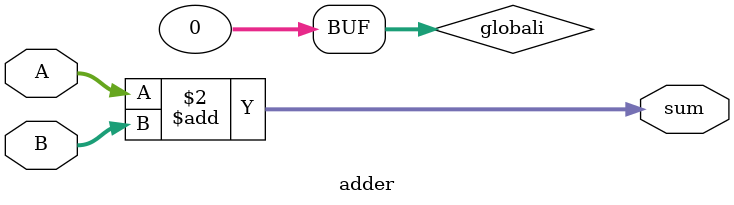
<source format=v>
module adder(
    input [31:0] A,
    input [31:0] B,
    output reg [31:0] sum
);

   parameter INITVAL = 0;
   integer globali;

   initial globali = INITVAL;

   always @(*) begin
      sum = A + B;
   end
   
   function [31:0] getName;  
      input fake;  
      getName = "gmod"; 
   endfunction
   
   function [31:0] getGlob;  
      input fake;  
      getGlob = globali;  
   endfunction
   
endmodule
</source>
